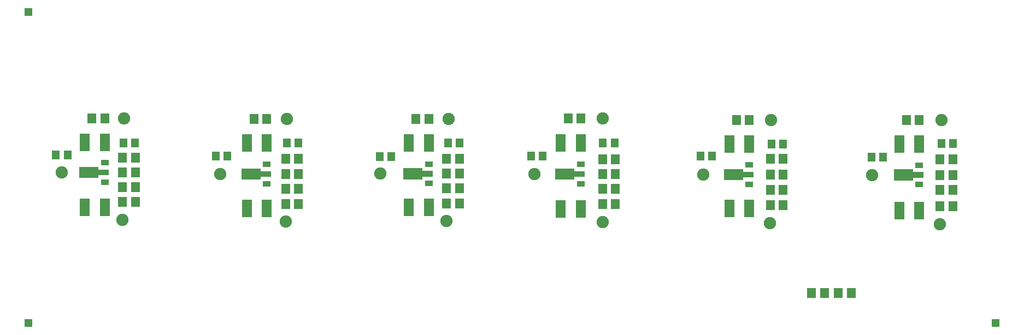
<source format=gtp>
G04 Layer_Color=8421504*
%FSLAX25Y25*%
%MOIN*%
G70*
G01*
G75*
%ADD10R,0.05512X0.05906*%
%ADD11C,0.07500*%
%ADD12R,0.04724X0.05512*%
%ADD13R,0.05906X0.11024*%
%ADD14R,0.05118X0.03543*%
%ADD15R,0.05000X0.05000*%
G36*
X47698Y98731D02*
X54076D01*
Y95188D01*
X47698D01*
Y93550D01*
X35965D01*
Y100369D01*
X47698D01*
Y98731D01*
D02*
G37*
G36*
X245337Y97931D02*
X251715D01*
Y94388D01*
X245337D01*
Y92750D01*
X233605D01*
Y99569D01*
X245337D01*
Y97931D01*
D02*
G37*
G36*
X338072Y97732D02*
X344450D01*
Y94188D01*
X338072D01*
Y92550D01*
X326339D01*
Y99369D01*
X338072D01*
Y97732D01*
D02*
G37*
G36*
X146535D02*
X152913D01*
Y94188D01*
X146535D01*
Y92550D01*
X134802D01*
Y99369D01*
X146535D01*
Y97732D01*
D02*
G37*
G36*
X440965Y97441D02*
X447343D01*
Y93898D01*
X440965D01*
Y92260D01*
X429233D01*
Y99079D01*
X440965D01*
Y97441D01*
D02*
G37*
G36*
X544535Y97200D02*
X550913D01*
Y93657D01*
X544535D01*
Y92019D01*
X532802D01*
Y98838D01*
X544535D01*
Y97200D01*
D02*
G37*
D10*
X482663Y23200D02*
D03*
X490537D02*
D03*
X506837D02*
D03*
X498963D02*
D03*
X568874Y86168D02*
D03*
X561000D02*
D03*
Y76368D02*
D03*
X568874D02*
D03*
Y95423D02*
D03*
X561000D02*
D03*
X568874Y104868D02*
D03*
X561000D02*
D03*
X548402Y128828D02*
D03*
X540528D02*
D03*
X465374Y105269D02*
D03*
X457500D02*
D03*
X465374Y95664D02*
D03*
X457500D02*
D03*
X465374Y86300D02*
D03*
X457500D02*
D03*
Y76900D02*
D03*
X465374D02*
D03*
X444774Y128900D02*
D03*
X436900D02*
D03*
X342009Y129800D02*
D03*
X334135D02*
D03*
X355137Y77500D02*
D03*
X363011D02*
D03*
Y86800D02*
D03*
X355137D02*
D03*
X363011Y95960D02*
D03*
X355137D02*
D03*
X363011Y105100D02*
D03*
X355137D02*
D03*
X260102Y77900D02*
D03*
X267976D02*
D03*
Y87300D02*
D03*
X260102D02*
D03*
X267976Y96160D02*
D03*
X260102D02*
D03*
X267976Y105300D02*
D03*
X260102D02*
D03*
X249176Y129600D02*
D03*
X241302D02*
D03*
X161828Y77600D02*
D03*
X169702D02*
D03*
Y86800D02*
D03*
X161828D02*
D03*
X150339Y129500D02*
D03*
X142465D02*
D03*
X169702Y105300D02*
D03*
X161828D02*
D03*
X169702Y95954D02*
D03*
X161828D02*
D03*
X51537Y130000D02*
D03*
X43663D02*
D03*
X70137Y88100D02*
D03*
X62263D02*
D03*
X70137Y106100D02*
D03*
X62263D02*
D03*
Y78900D02*
D03*
X70137D02*
D03*
X70165Y96954D02*
D03*
X62291D02*
D03*
D11*
X162594Y129500D02*
D03*
X561000Y65268D02*
D03*
X561794Y128828D02*
D03*
X519537Y95423D02*
D03*
X457437Y65800D02*
D03*
X457871Y128900D02*
D03*
X416637Y95664D02*
D03*
X313674Y95960D02*
D03*
X355431Y129800D02*
D03*
X355137Y66500D02*
D03*
X260102Y67200D02*
D03*
X261139Y129560D02*
D03*
X219568Y96160D02*
D03*
X121837Y95954D02*
D03*
X161868Y66900D02*
D03*
X63300Y130000D02*
D03*
X25328Y96960D02*
D03*
X62300Y68100D02*
D03*
D12*
X526443Y106300D02*
D03*
X519357D02*
D03*
X568880Y114469D02*
D03*
X561794D02*
D03*
X422043Y107000D02*
D03*
X414957D02*
D03*
X465324Y114400D02*
D03*
X458237D02*
D03*
X362517Y114800D02*
D03*
X355431D02*
D03*
X318643Y107000D02*
D03*
X311557D02*
D03*
X226443Y106700D02*
D03*
X219357D02*
D03*
X267983Y114800D02*
D03*
X260896D02*
D03*
X169680Y114800D02*
D03*
X162594D02*
D03*
X126343Y106800D02*
D03*
X119257D02*
D03*
X28872Y107659D02*
D03*
X21785D02*
D03*
X70077Y115100D02*
D03*
X62991D02*
D03*
D13*
X536163Y114428D02*
D03*
X548368D02*
D03*
X536163Y73628D02*
D03*
X548368D02*
D03*
X432535Y114400D02*
D03*
X444739D02*
D03*
X432535Y75100D02*
D03*
X444739D02*
D03*
X329772Y114800D02*
D03*
X341976D02*
D03*
X329672Y74600D02*
D03*
X341876D02*
D03*
X236937Y114800D02*
D03*
X249142D02*
D03*
X236937Y75600D02*
D03*
X249142D02*
D03*
X138135Y74900D02*
D03*
X150339D02*
D03*
X138135Y114800D02*
D03*
X150339D02*
D03*
X39398Y115300D02*
D03*
X51602D02*
D03*
X39298Y75500D02*
D03*
X51502D02*
D03*
D14*
X548354Y95423D02*
D03*
Y101334D02*
D03*
Y89523D02*
D03*
X444784Y95664D02*
D03*
Y101575D02*
D03*
Y89764D02*
D03*
X341891Y95954D02*
D03*
Y101865D02*
D03*
Y90054D02*
D03*
X249156Y96154D02*
D03*
Y102065D02*
D03*
Y90254D02*
D03*
X150354Y95954D02*
D03*
Y101865D02*
D03*
Y90054D02*
D03*
X51516Y96954D02*
D03*
Y102865D02*
D03*
Y91054D02*
D03*
D15*
X595000Y5000D02*
D03*
X5000D02*
D03*
Y195000D02*
D03*
M02*

</source>
